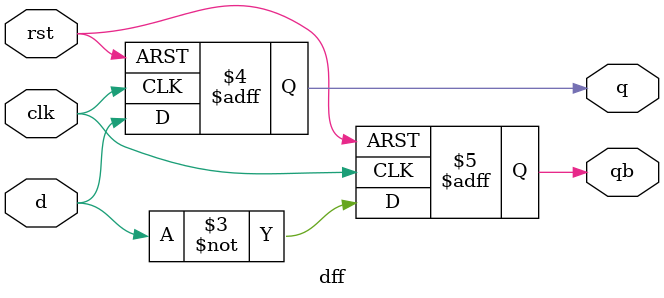
<source format=v>
module dff(d,clk,rst,q,qb);
  input d,clk,rst;
  output reg q,qb;
  always@(negedge clk or negedge rst)
  if(rst == 1'b0)
    begin
      q<=1'b0;
      qb<=1'b1;
    end
  else
    begin
      q<=d;
      qb<=~d;
    end    
endmodule
</source>
